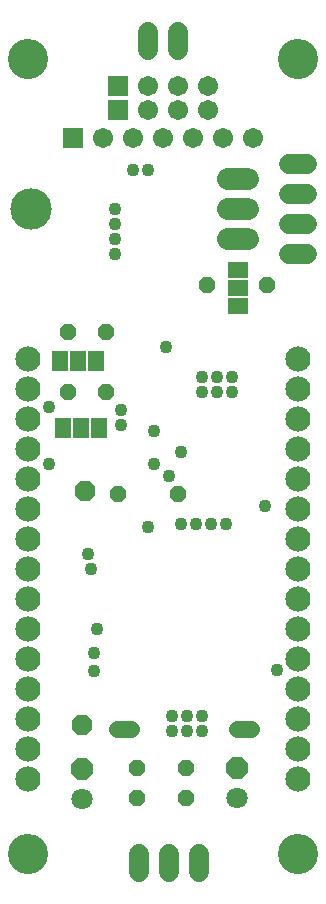
<source format=gbs>
G75*
%MOIN*%
%OFA0B0*%
%FSLAX25Y25*%
%IPPOS*%
%LPD*%
%AMOC8*
5,1,8,0,0,1.08239X$1,22.5*
%
%ADD10C,0.08400*%
%ADD11OC8,0.06800*%
%ADD12R,0.06706X0.06706*%
%ADD13C,0.06706*%
%ADD14OC8,0.05600*%
%ADD15C,0.13398*%
%ADD16R,0.05400X0.07100*%
%ADD17C,0.07400*%
%ADD18C,0.13800*%
%ADD19C,0.06800*%
%ADD20R,0.07100X0.05400*%
%ADD21OC8,0.07100*%
%ADD22C,0.07100*%
%ADD23C,0.05600*%
%ADD24C,0.04343*%
D10*
X0115358Y0042000D03*
X0115358Y0052000D03*
X0115358Y0062000D03*
X0115358Y0072000D03*
X0115358Y0082000D03*
X0115358Y0092000D03*
X0115358Y0102000D03*
X0115358Y0112000D03*
X0115358Y0122000D03*
X0115358Y0132000D03*
X0115358Y0142000D03*
X0115358Y0152000D03*
X0115358Y0162000D03*
X0115358Y0172000D03*
X0115358Y0182000D03*
X0205358Y0182000D03*
X0205358Y0172000D03*
X0205358Y0162000D03*
X0205358Y0152000D03*
X0205358Y0142000D03*
X0205358Y0132000D03*
X0205358Y0122000D03*
X0205358Y0112000D03*
X0205358Y0102000D03*
X0205358Y0092000D03*
X0205358Y0082000D03*
X0205358Y0072000D03*
X0205358Y0062000D03*
X0205358Y0052000D03*
X0205358Y0042000D03*
D11*
X0133358Y0060000D03*
X0134319Y0137843D03*
D12*
X0130358Y0255520D03*
X0145358Y0265000D03*
X0145358Y0273000D03*
D13*
X0155358Y0273000D03*
X0155358Y0265000D03*
X0165358Y0265000D03*
X0165358Y0273000D03*
X0175358Y0273000D03*
X0175358Y0265000D03*
X0180358Y0255520D03*
X0190358Y0255520D03*
X0170358Y0255520D03*
X0160358Y0255520D03*
X0150358Y0255520D03*
X0140358Y0255520D03*
D14*
X0175122Y0206528D03*
X0195122Y0206528D03*
X0141263Y0191016D03*
X0128783Y0191016D03*
X0128783Y0171016D03*
X0141263Y0171016D03*
X0145358Y0137000D03*
X0165358Y0137000D03*
X0168082Y0045551D03*
X0168082Y0035551D03*
X0151633Y0035551D03*
X0151633Y0045551D03*
D15*
X0115358Y0017000D03*
X0205358Y0017000D03*
X0205358Y0282000D03*
X0115358Y0282000D03*
D16*
X0126090Y0181173D03*
X0132090Y0181173D03*
X0138090Y0181173D03*
X0139090Y0158969D03*
X0133090Y0158969D03*
X0127090Y0158969D03*
D17*
X0182058Y0222000D02*
X0188658Y0222000D01*
X0188658Y0232000D02*
X0182058Y0232000D01*
X0182058Y0242000D02*
X0188658Y0242000D01*
D18*
X0116358Y0232000D03*
D19*
X0155358Y0285000D02*
X0155358Y0291000D01*
X0165358Y0291000D02*
X0165358Y0285000D01*
X0202358Y0247000D02*
X0208358Y0247000D01*
X0208358Y0237000D02*
X0202358Y0237000D01*
X0202358Y0227000D02*
X0208358Y0227000D01*
X0208358Y0217000D02*
X0202358Y0217000D01*
X0172366Y0016843D02*
X0172366Y0010843D01*
X0162366Y0010843D02*
X0162366Y0016843D01*
X0152366Y0016843D02*
X0152366Y0010843D01*
D20*
X0185279Y0199661D03*
X0185279Y0205661D03*
X0185279Y0211661D03*
D21*
X0185161Y0045630D03*
X0133555Y0045165D03*
D22*
X0133555Y0035165D03*
X0185161Y0035630D03*
D23*
X0184966Y0058646D02*
X0189766Y0058646D01*
X0149766Y0058646D02*
X0144966Y0058646D01*
D24*
X0163358Y0058000D03*
X0168358Y0058000D03*
X0173358Y0058000D03*
X0173358Y0063000D03*
X0168358Y0063000D03*
X0163358Y0063000D03*
X0137358Y0078000D03*
X0137358Y0084000D03*
X0138358Y0092000D03*
X0136358Y0112000D03*
X0135358Y0117000D03*
X0155358Y0126000D03*
X0166358Y0127000D03*
X0171358Y0127000D03*
X0176358Y0127000D03*
X0181358Y0127000D03*
X0194358Y0133000D03*
X0166358Y0151000D03*
X0162358Y0143000D03*
X0157358Y0147000D03*
X0157358Y0158000D03*
X0146358Y0160000D03*
X0146358Y0165000D03*
X0122358Y0166000D03*
X0122358Y0147000D03*
X0161358Y0186000D03*
X0173358Y0176000D03*
X0178358Y0176000D03*
X0178358Y0171000D03*
X0173358Y0171000D03*
X0183358Y0171000D03*
X0183358Y0176000D03*
X0144358Y0217000D03*
X0144358Y0222000D03*
X0144358Y0227000D03*
X0144358Y0232000D03*
X0150358Y0245000D03*
X0155358Y0245000D03*
X0198484Y0078409D03*
M02*

</source>
